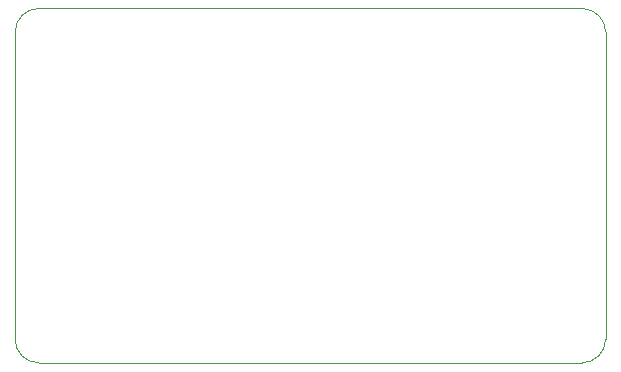
<source format=gbr>
G04 #@! TF.GenerationSoftware,KiCad,Pcbnew,5.1.10-88a1d61d58~90~ubuntu20.04.1*
G04 #@! TF.CreationDate,2021-08-06T19:03:49+02:00*
G04 #@! TF.ProjectId,arlene,61726c65-6e65-42e6-9b69-6361645f7063,v1.00*
G04 #@! TF.SameCoordinates,Original*
G04 #@! TF.FileFunction,Profile,NP*
%FSLAX46Y46*%
G04 Gerber Fmt 4.6, Leading zero omitted, Abs format (unit mm)*
G04 Created by KiCad (PCBNEW 5.1.10-88a1d61d58~90~ubuntu20.04.1) date 2021-08-06 19:03:49*
%MOMM*%
%LPD*%
G01*
G04 APERTURE LIST*
G04 #@! TA.AperFunction,Profile*
%ADD10C,0.050000*%
G04 #@! TD*
G04 APERTURE END LIST*
D10*
X125000000Y-87000000D02*
G75*
G02*
X127000000Y-85000000I2000000J0D01*
G01*
X127000000Y-115000000D02*
G75*
G02*
X125000000Y-113000000I0J2000000D01*
G01*
X175000000Y-113000000D02*
G75*
G02*
X173000000Y-115000000I-2000000J0D01*
G01*
X173000000Y-85000000D02*
G75*
G02*
X175000000Y-87000000I0J-2000000D01*
G01*
X125000000Y-113000000D02*
X125000000Y-87000000D01*
X173000000Y-115000000D02*
X127000000Y-115000000D01*
X175000000Y-87000000D02*
X175000000Y-113000000D01*
X127000000Y-85000000D02*
X173000000Y-85000000D01*
M02*

</source>
